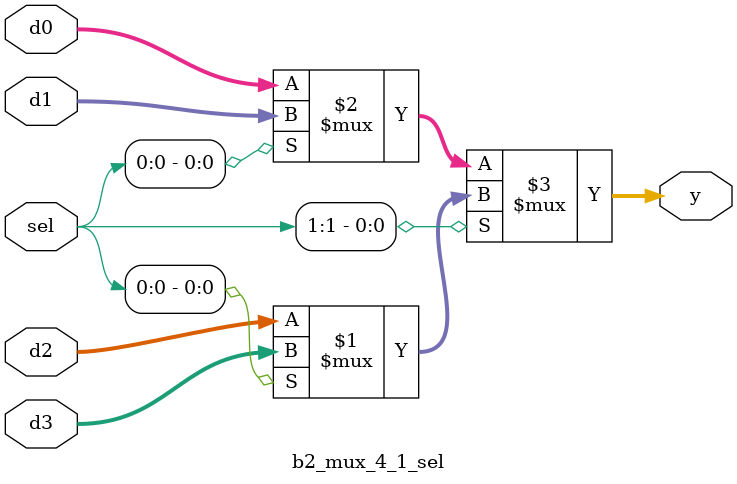
<source format=v>
module b2_mux_4_1_sel
(
    input  [1:0] d0, d1, d2, d3,
    input  [1:0] sel,
    output [1:0] y
);
    assign y = sel [1] ? (sel [0] ? d3 : d2)
            : (sel [0] ? d1 : d0);
endmodule
</source>
